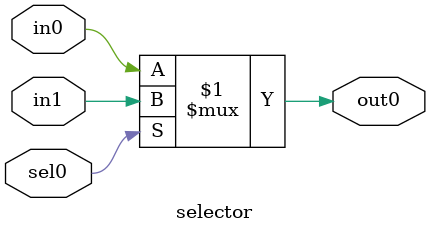
<source format=v>
module selector(
    input wire in0,
    input wire in1,
    input wire sel0,
    output wire out0
);

assign out0 = sel0 ? in1 : in0;

endmodule
</source>
